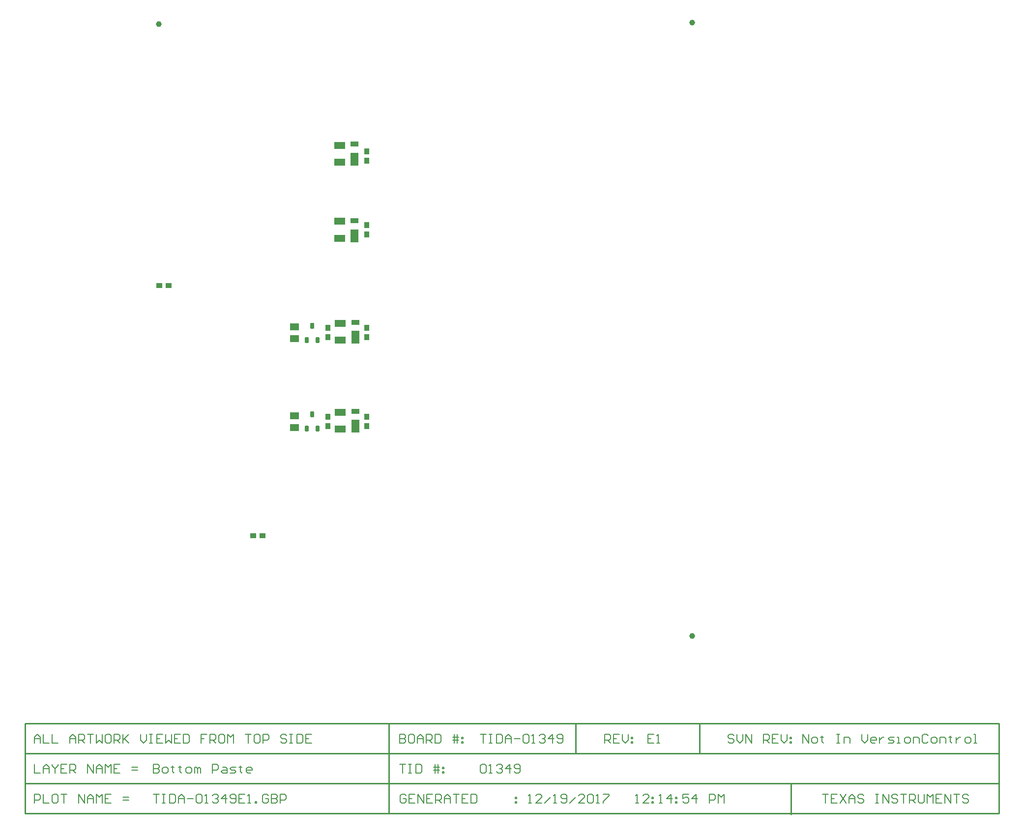
<source format=gbp>
G04 Layer_Color=128*
%FSAX25Y25*%
%MOIN*%
G70*
G01*
G75*
%ADD10R,0.07283X0.05118*%
%ADD11R,0.03937X0.03740*%
%ADD13R,0.03740X0.03937*%
G04:AMPARAMS|DCode=19|XSize=23.62mil|YSize=39.37mil|CornerRadius=2.01mil|HoleSize=0mil|Usage=FLASHONLY|Rotation=180.000|XOffset=0mil|YOffset=0mil|HoleType=Round|Shape=RoundedRectangle|*
%AMROUNDEDRECTD19*
21,1,0.02362,0.03535,0,0,180.0*
21,1,0.01961,0.03937,0,0,180.0*
1,1,0.00402,-0.00980,0.01768*
1,1,0.00402,0.00980,0.01768*
1,1,0.00402,0.00980,-0.01768*
1,1,0.00402,-0.00980,-0.01768*
%
%ADD19ROUNDEDRECTD19*%
%ADD23C,0.03937*%
%ADD24C,0.01000*%
%ADD31C,0.00800*%
%ADD49R,0.06300X0.05000*%
%ADD50R,0.05512X0.08661*%
%ADD51R,0.05512X0.03543*%
G54D10*
X0253800Y0312209D02*
D03*
Y0300791D02*
D03*
X0253800Y0372477D02*
D03*
Y0361060D02*
D03*
X0253200Y0441609D02*
D03*
Y0430191D02*
D03*
Y0493109D02*
D03*
Y0481691D02*
D03*
G54D11*
X0131080Y0398069D02*
D03*
X0137379D02*
D03*
X0194751Y0228400D02*
D03*
X0201050D02*
D03*
G54D13*
X0245200Y0309050D02*
D03*
Y0302750D02*
D03*
X0271700Y0302750D02*
D03*
Y0309050D02*
D03*
X0245200Y0369318D02*
D03*
Y0363019D02*
D03*
X0271700Y0363019D02*
D03*
Y0369318D02*
D03*
X0271700Y0432750D02*
D03*
Y0439050D02*
D03*
Y0482750D02*
D03*
Y0489050D02*
D03*
G54D19*
X0234700Y0310624D02*
D03*
X0230960Y0301176D02*
D03*
X0238440D02*
D03*
X0234700Y0370693D02*
D03*
X0230960Y0361244D02*
D03*
X0238440D02*
D03*
G54D23*
X0492200Y0160400D02*
D03*
Y0576400D02*
D03*
X0130769Y0575300D02*
D03*
G54D24*
X0559400Y0039400D02*
Y0059683D01*
X0440500Y0040050D02*
X0700200D01*
Y0101050D01*
X0286500Y0040050D02*
Y0101050D01*
X0040000Y0040050D02*
Y0101050D01*
X0040050Y0040050D02*
X0197600D01*
X0040050D02*
Y0101050D01*
Y0101050D02*
X0700200D01*
X0040000Y0040050D02*
X0440500D01*
X0040000Y0060383D02*
X0700000D01*
X0040000Y0080717D02*
X0700200D01*
X0413200D02*
Y0101050D01*
X0497200Y0080717D02*
Y0101050D01*
G54D31*
X0126900Y0073549D02*
Y0067551D01*
X0129899D01*
X0130899Y0068550D01*
Y0069550D01*
X0129899Y0070550D01*
X0126900D01*
X0129899D01*
X0130899Y0071549D01*
Y0072549D01*
X0129899Y0073549D01*
X0126900D01*
X0133898Y0067551D02*
X0135897D01*
X0136897Y0068550D01*
Y0070550D01*
X0135897Y0071549D01*
X0133898D01*
X0132898Y0070550D01*
Y0068550D01*
X0133898Y0067551D01*
X0139896Y0072549D02*
Y0071549D01*
X0138896D01*
X0140895D01*
X0139896D01*
Y0068550D01*
X0140895Y0067551D01*
X0144894Y0072549D02*
Y0071549D01*
X0143895D01*
X0145894D01*
X0144894D01*
Y0068550D01*
X0145894Y0067551D01*
X0149893D02*
X0151892D01*
X0152892Y0068550D01*
Y0070550D01*
X0151892Y0071549D01*
X0149893D01*
X0148893Y0070550D01*
Y0068550D01*
X0149893Y0067551D01*
X0154891D02*
Y0071549D01*
X0155891D01*
X0156890Y0070550D01*
Y0067551D01*
Y0070550D01*
X0157890Y0071549D01*
X0158890Y0070550D01*
Y0067551D01*
X0166887D02*
Y0073549D01*
X0169886D01*
X0170886Y0072549D01*
Y0070550D01*
X0169886Y0069550D01*
X0166887D01*
X0173885Y0071549D02*
X0175884D01*
X0176884Y0070550D01*
Y0067551D01*
X0173885D01*
X0172885Y0068550D01*
X0173885Y0069550D01*
X0176884D01*
X0178883Y0067551D02*
X0181882D01*
X0182882Y0068550D01*
X0181882Y0069550D01*
X0179883D01*
X0178883Y0070550D01*
X0179883Y0071549D01*
X0182882D01*
X0185881Y0072549D02*
Y0071549D01*
X0184881D01*
X0186881D01*
X0185881D01*
Y0068550D01*
X0186881Y0067551D01*
X0192879D02*
X0190879D01*
X0189880Y0068550D01*
Y0070550D01*
X0190879Y0071549D01*
X0192879D01*
X0193878Y0070550D01*
Y0069550D01*
X0189880D01*
X0348550Y0072498D02*
X0349550Y0073498D01*
X0351549D01*
X0352549Y0072498D01*
Y0068500D01*
X0351549Y0067500D01*
X0349550D01*
X0348550Y0068500D01*
Y0072498D01*
X0354548Y0067500D02*
X0356547D01*
X0355548D01*
Y0073498D01*
X0354548Y0072498D01*
X0359546D02*
X0360546Y0073498D01*
X0362545D01*
X0363545Y0072498D01*
Y0071499D01*
X0362545Y0070499D01*
X0361546D01*
X0362545D01*
X0363545Y0069499D01*
Y0068500D01*
X0362545Y0067500D01*
X0360546D01*
X0359546Y0068500D01*
X0368544Y0067500D02*
Y0073498D01*
X0365545Y0070499D01*
X0369543D01*
X0371543Y0068500D02*
X0372542Y0067500D01*
X0374542D01*
X0375541Y0068500D01*
Y0072498D01*
X0374542Y0073498D01*
X0372542D01*
X0371543Y0072498D01*
Y0071499D01*
X0372542Y0070499D01*
X0375541D01*
X0294000Y0073498D02*
X0297999D01*
X0295999D01*
Y0067500D01*
X0299998Y0073498D02*
X0301997D01*
X0300998D01*
Y0067500D01*
X0299998D01*
X0301997D01*
X0304996Y0073498D02*
Y0067500D01*
X0307996D01*
X0308995Y0068500D01*
Y0072498D01*
X0307996Y0073498D01*
X0304996D01*
X0317992Y0067500D02*
Y0073498D01*
X0319992D02*
Y0067500D01*
X0316993Y0071499D02*
X0319992D01*
X0320991D01*
X0316993Y0069499D02*
X0320991D01*
X0322991Y0071499D02*
X0323990D01*
Y0070499D01*
X0322991D01*
Y0071499D01*
Y0068500D02*
X0323990D01*
Y0067500D01*
X0322991D01*
Y0068500D01*
X0580500Y0052965D02*
X0584499D01*
X0582499D01*
Y0046966D01*
X0590497Y0052965D02*
X0586498D01*
Y0046966D01*
X0590497D01*
X0586498Y0049966D02*
X0588497D01*
X0592496Y0052965D02*
X0596495Y0046966D01*
Y0052965D02*
X0592496Y0046966D01*
X0598494D02*
Y0050965D01*
X0600493Y0052965D01*
X0602493Y0050965D01*
Y0046966D01*
Y0049966D01*
X0598494D01*
X0608491Y0051965D02*
X0607491Y0052965D01*
X0605492D01*
X0604492Y0051965D01*
Y0050965D01*
X0605492Y0049966D01*
X0607491D01*
X0608491Y0048966D01*
Y0047966D01*
X0607491Y0046966D01*
X0605492D01*
X0604492Y0047966D01*
X0616488Y0052965D02*
X0618488D01*
X0617488D01*
Y0046966D01*
X0616488D01*
X0618488D01*
X0621487D02*
Y0052965D01*
X0625486Y0046966D01*
Y0052965D01*
X0631484Y0051965D02*
X0630484Y0052965D01*
X0628484D01*
X0627485Y0051965D01*
Y0050965D01*
X0628484Y0049966D01*
X0630484D01*
X0631484Y0048966D01*
Y0047966D01*
X0630484Y0046966D01*
X0628484D01*
X0627485Y0047966D01*
X0633483Y0052965D02*
X0637482D01*
X0635482D01*
Y0046966D01*
X0639481D02*
Y0052965D01*
X0642480D01*
X0643480Y0051965D01*
Y0049966D01*
X0642480Y0048966D01*
X0639481D01*
X0641480D02*
X0643480Y0046966D01*
X0645479Y0052965D02*
Y0047966D01*
X0646479Y0046966D01*
X0648478D01*
X0649478Y0047966D01*
Y0052965D01*
X0651477Y0046966D02*
Y0052965D01*
X0653476Y0050965D01*
X0655476Y0052965D01*
Y0046966D01*
X0661474Y0052965D02*
X0657475D01*
Y0046966D01*
X0661474D01*
X0657475Y0049966D02*
X0659474D01*
X0663473Y0046966D02*
Y0052965D01*
X0667472Y0046966D01*
Y0052965D01*
X0669471D02*
X0673470D01*
X0671471D01*
Y0046966D01*
X0679468Y0051965D02*
X0678468Y0052965D01*
X0676469D01*
X0675469Y0051965D01*
Y0050965D01*
X0676469Y0049966D01*
X0678468D01*
X0679468Y0048966D01*
Y0047966D01*
X0678468Y0046966D01*
X0676469D01*
X0675469Y0047966D01*
X0454050Y0046966D02*
X0456049D01*
X0455050D01*
Y0052965D01*
X0454050Y0051965D01*
X0463047Y0046966D02*
X0459048D01*
X0463047Y0050965D01*
Y0051965D01*
X0462047Y0052965D01*
X0460048D01*
X0459048Y0051965D01*
X0465046Y0050965D02*
X0466046D01*
Y0049966D01*
X0465046D01*
Y0050965D01*
Y0047966D02*
X0466046D01*
Y0046966D01*
X0465046D01*
Y0047966D01*
X0470045Y0046966D02*
X0472044D01*
X0471044D01*
Y0052965D01*
X0470045Y0051965D01*
X0478042Y0046966D02*
Y0052965D01*
X0475043Y0049966D01*
X0479042D01*
X0481041Y0050965D02*
X0482041D01*
Y0049966D01*
X0481041D01*
Y0050965D01*
Y0047966D02*
X0482041D01*
Y0046966D01*
X0481041D01*
Y0047966D01*
X0490038Y0052965D02*
X0486040D01*
Y0049966D01*
X0488039Y0050965D01*
X0489039D01*
X0490038Y0049966D01*
Y0047966D01*
X0489039Y0046966D01*
X0487039D01*
X0486040Y0047966D01*
X0495037Y0046966D02*
Y0052965D01*
X0492038Y0049966D01*
X0496036D01*
X0504034Y0046966D02*
Y0052965D01*
X0507033D01*
X0508033Y0051965D01*
Y0049966D01*
X0507033Y0048966D01*
X0504034D01*
X0510032Y0046966D02*
Y0052965D01*
X0512031Y0050965D01*
X0514031Y0052965D01*
Y0046966D01*
X0046350D02*
Y0052965D01*
X0049349D01*
X0050349Y0051965D01*
Y0049966D01*
X0049349Y0048966D01*
X0046350D01*
X0052348Y0052965D02*
Y0046966D01*
X0056347D01*
X0061345Y0052965D02*
X0059346D01*
X0058346Y0051965D01*
Y0047966D01*
X0059346Y0046966D01*
X0061345D01*
X0062345Y0047966D01*
Y0051965D01*
X0061345Y0052965D01*
X0064344D02*
X0068343D01*
X0066343D01*
Y0046966D01*
X0076340D02*
Y0052965D01*
X0080339Y0046966D01*
Y0052965D01*
X0082338Y0046966D02*
Y0050965D01*
X0084338Y0052965D01*
X0086337Y0050965D01*
Y0046966D01*
Y0049966D01*
X0082338D01*
X0088336Y0046966D02*
Y0052965D01*
X0090336Y0050965D01*
X0092335Y0052965D01*
Y0046966D01*
X0098333Y0052965D02*
X0094335D01*
Y0046966D01*
X0098333D01*
X0094335Y0049966D02*
X0096334D01*
X0106331Y0048966D02*
X0110329D01*
X0106331Y0050965D02*
X0110329D01*
X0046350Y0073549D02*
Y0067551D01*
X0050349D01*
X0052348D02*
Y0071549D01*
X0054347Y0073549D01*
X0056347Y0071549D01*
Y0067551D01*
Y0070550D01*
X0052348D01*
X0058346Y0073549D02*
Y0072549D01*
X0060346Y0070550D01*
X0062345Y0072549D01*
Y0073549D01*
X0060346Y0070550D02*
Y0067551D01*
X0068343Y0073549D02*
X0064344D01*
Y0067551D01*
X0068343D01*
X0064344Y0070550D02*
X0066343D01*
X0070342Y0067551D02*
Y0073549D01*
X0073341D01*
X0074341Y0072549D01*
Y0070550D01*
X0073341Y0069550D01*
X0070342D01*
X0072342D02*
X0074341Y0067551D01*
X0082338D02*
Y0073549D01*
X0086337Y0067551D01*
Y0073549D01*
X0088336Y0067551D02*
Y0071549D01*
X0090336Y0073549D01*
X0092335Y0071549D01*
Y0067551D01*
Y0070550D01*
X0088336D01*
X0094335Y0067551D02*
Y0073549D01*
X0096334Y0071549D01*
X0098333Y0073549D01*
Y0067551D01*
X0104331Y0073549D02*
X0100332D01*
Y0067551D01*
X0104331D01*
X0100332Y0070550D02*
X0102332D01*
X0112329Y0069550D02*
X0116327D01*
X0112329Y0071549D02*
X0116327D01*
X0294000Y0093831D02*
Y0087833D01*
X0296999D01*
X0297999Y0088833D01*
Y0089833D01*
X0296999Y0090832D01*
X0294000D01*
X0296999D01*
X0297999Y0091832D01*
Y0092832D01*
X0296999Y0093831D01*
X0294000D01*
X0302997D02*
X0300998D01*
X0299998Y0092832D01*
Y0088833D01*
X0300998Y0087833D01*
X0302997D01*
X0303997Y0088833D01*
Y0092832D01*
X0302997Y0093831D01*
X0305996Y0087833D02*
Y0091832D01*
X0307996Y0093831D01*
X0309995Y0091832D01*
Y0087833D01*
Y0090832D01*
X0305996D01*
X0311994Y0087833D02*
Y0093831D01*
X0314993D01*
X0315993Y0092832D01*
Y0090832D01*
X0314993Y0089833D01*
X0311994D01*
X0313994D02*
X0315993Y0087833D01*
X0317992Y0093831D02*
Y0087833D01*
X0320991D01*
X0321991Y0088833D01*
Y0092832D01*
X0320991Y0093831D01*
X0317992D01*
X0330988Y0087833D02*
Y0093831D01*
X0332987D02*
Y0087833D01*
X0329988Y0091832D02*
X0332987D01*
X0333987D01*
X0329988Y0089833D02*
X0333987D01*
X0335986Y0091832D02*
X0336986D01*
Y0090832D01*
X0335986D01*
Y0091832D01*
Y0088833D02*
X0336986D01*
Y0087833D01*
X0335986D01*
Y0088833D01*
X0348550Y0093831D02*
X0352549D01*
X0350549D01*
Y0087833D01*
X0354548Y0093831D02*
X0356547D01*
X0355548D01*
Y0087833D01*
X0354548D01*
X0356547D01*
X0359546Y0093831D02*
Y0087833D01*
X0362545D01*
X0363545Y0088833D01*
Y0092832D01*
X0362545Y0093831D01*
X0359546D01*
X0365545Y0087833D02*
Y0091832D01*
X0367544Y0093831D01*
X0369543Y0091832D01*
Y0087833D01*
Y0090832D01*
X0365545D01*
X0371543D02*
X0375541D01*
X0377541Y0092832D02*
X0378540Y0093831D01*
X0380540D01*
X0381539Y0092832D01*
Y0088833D01*
X0380540Y0087833D01*
X0378540D01*
X0377541Y0088833D01*
Y0092832D01*
X0383539Y0087833D02*
X0385538D01*
X0384538D01*
Y0093831D01*
X0383539Y0092832D01*
X0388537D02*
X0389537Y0093831D01*
X0391536D01*
X0392536Y0092832D01*
Y0091832D01*
X0391536Y0090832D01*
X0390536D01*
X0391536D01*
X0392536Y0089833D01*
Y0088833D01*
X0391536Y0087833D01*
X0389537D01*
X0388537Y0088833D01*
X0397534Y0087833D02*
Y0093831D01*
X0394535Y0090832D01*
X0398534D01*
X0400533Y0088833D02*
X0401533Y0087833D01*
X0403532D01*
X0404532Y0088833D01*
Y0092832D01*
X0403532Y0093831D01*
X0401533D01*
X0400533Y0092832D01*
Y0091832D01*
X0401533Y0090832D01*
X0404532D01*
X0466149Y0093831D02*
X0462150D01*
Y0087833D01*
X0466149D01*
X0462150Y0090832D02*
X0464149D01*
X0468148Y0087833D02*
X0470147D01*
X0469148D01*
Y0093831D01*
X0468148Y0092832D01*
X0046350Y0087833D02*
Y0091832D01*
X0048349Y0093831D01*
X0050349Y0091832D01*
Y0087833D01*
Y0090832D01*
X0046350D01*
X0052348Y0093831D02*
Y0087833D01*
X0056347D01*
X0058346Y0093831D02*
Y0087833D01*
X0062345D01*
X0070342D02*
Y0091832D01*
X0072342Y0093831D01*
X0074341Y0091832D01*
Y0087833D01*
Y0090832D01*
X0070342D01*
X0076340Y0087833D02*
Y0093831D01*
X0079339D01*
X0080339Y0092832D01*
Y0090832D01*
X0079339Y0089833D01*
X0076340D01*
X0078340D02*
X0080339Y0087833D01*
X0082338Y0093831D02*
X0086337D01*
X0084338D01*
Y0087833D01*
X0088336Y0093831D02*
Y0087833D01*
X0090336Y0089833D01*
X0092335Y0087833D01*
Y0093831D01*
X0097334D02*
X0095334D01*
X0094335Y0092832D01*
Y0088833D01*
X0095334Y0087833D01*
X0097334D01*
X0098333Y0088833D01*
Y0092832D01*
X0097334Y0093831D01*
X0100332Y0087833D02*
Y0093831D01*
X0103332D01*
X0104331Y0092832D01*
Y0090832D01*
X0103332Y0089833D01*
X0100332D01*
X0102332D02*
X0104331Y0087833D01*
X0106331Y0093831D02*
Y0087833D01*
Y0089833D01*
X0110329Y0093831D01*
X0107330Y0090832D01*
X0110329Y0087833D01*
X0118327Y0093831D02*
Y0089833D01*
X0120326Y0087833D01*
X0122325Y0089833D01*
Y0093831D01*
X0124325D02*
X0126324D01*
X0125324D01*
Y0087833D01*
X0124325D01*
X0126324D01*
X0133322Y0093831D02*
X0129323D01*
Y0087833D01*
X0133322D01*
X0129323Y0090832D02*
X0131323D01*
X0135321Y0093831D02*
Y0087833D01*
X0137321Y0089833D01*
X0139320Y0087833D01*
Y0093831D01*
X0145318D02*
X0141319D01*
Y0087833D01*
X0145318D01*
X0141319Y0090832D02*
X0143319D01*
X0147317Y0093831D02*
Y0087833D01*
X0150316D01*
X0151316Y0088833D01*
Y0092832D01*
X0150316Y0093831D01*
X0147317D01*
X0163312D02*
X0159313D01*
Y0090832D01*
X0161313D01*
X0159313D01*
Y0087833D01*
X0165312D02*
Y0093831D01*
X0168310D01*
X0169310Y0092832D01*
Y0090832D01*
X0168310Y0089833D01*
X0165312D01*
X0167311D02*
X0169310Y0087833D01*
X0174309Y0093831D02*
X0172309D01*
X0171310Y0092832D01*
Y0088833D01*
X0172309Y0087833D01*
X0174309D01*
X0175308Y0088833D01*
Y0092832D01*
X0174309Y0093831D01*
X0177308Y0087833D02*
Y0093831D01*
X0179307Y0091832D01*
X0181306Y0093831D01*
Y0087833D01*
X0189304Y0093831D02*
X0193303D01*
X0191303D01*
Y0087833D01*
X0198301Y0093831D02*
X0196301D01*
X0195302Y0092832D01*
Y0088833D01*
X0196301Y0087833D01*
X0198301D01*
X0199301Y0088833D01*
Y0092832D01*
X0198301Y0093831D01*
X0201300Y0087833D02*
Y0093831D01*
X0204299D01*
X0205299Y0092832D01*
Y0090832D01*
X0204299Y0089833D01*
X0201300D01*
X0217295Y0092832D02*
X0216295Y0093831D01*
X0214296D01*
X0213296Y0092832D01*
Y0091832D01*
X0214296Y0090832D01*
X0216295D01*
X0217295Y0089833D01*
Y0088833D01*
X0216295Y0087833D01*
X0214296D01*
X0213296Y0088833D01*
X0219294Y0093831D02*
X0221293D01*
X0220294D01*
Y0087833D01*
X0219294D01*
X0221293D01*
X0224292Y0093831D02*
Y0087833D01*
X0227291D01*
X0228291Y0088833D01*
Y0092832D01*
X0227291Y0093831D01*
X0224292D01*
X0234289D02*
X0230291D01*
Y0087833D01*
X0234289D01*
X0230291Y0090832D02*
X0232290D01*
X0298199Y0051965D02*
X0297199Y0052965D01*
X0295200D01*
X0294200Y0051965D01*
Y0047966D01*
X0295200Y0046966D01*
X0297199D01*
X0298199Y0047966D01*
Y0049966D01*
X0296199D01*
X0304197Y0052965D02*
X0300198D01*
Y0046966D01*
X0304197D01*
X0300198Y0049966D02*
X0302197D01*
X0306196Y0046966D02*
Y0052965D01*
X0310195Y0046966D01*
Y0052965D01*
X0316193D02*
X0312194D01*
Y0046966D01*
X0316193D01*
X0312194Y0049966D02*
X0314194D01*
X0318192Y0046966D02*
Y0052965D01*
X0321191D01*
X0322191Y0051965D01*
Y0049966D01*
X0321191Y0048966D01*
X0318192D01*
X0320192D02*
X0322191Y0046966D01*
X0324190D02*
Y0050965D01*
X0326190Y0052965D01*
X0328189Y0050965D01*
Y0046966D01*
Y0049966D01*
X0324190D01*
X0330188Y0052965D02*
X0334187D01*
X0332188D01*
Y0046966D01*
X0340185Y0052965D02*
X0336186D01*
Y0046966D01*
X0340185D01*
X0336186Y0049966D02*
X0338186D01*
X0342184Y0052965D02*
Y0046966D01*
X0345183D01*
X0346183Y0047966D01*
Y0051965D01*
X0345183Y0052965D01*
X0342184D01*
X0372175Y0050965D02*
X0373175D01*
Y0049966D01*
X0372175D01*
Y0050965D01*
Y0047966D02*
X0373175D01*
Y0046966D01*
X0372175D01*
Y0047966D01*
X0381150Y0046966D02*
X0383149D01*
X0382150D01*
Y0052965D01*
X0381150Y0051965D01*
X0390147Y0046966D02*
X0386148D01*
X0390147Y0050965D01*
Y0051965D01*
X0389147Y0052965D01*
X0387148D01*
X0386148Y0051965D01*
X0392146Y0046966D02*
X0396145Y0050965D01*
X0398145Y0046966D02*
X0400144D01*
X0399144D01*
Y0052965D01*
X0398145Y0051965D01*
X0403143Y0047966D02*
X0404143Y0046966D01*
X0406142D01*
X0407142Y0047966D01*
Y0051965D01*
X0406142Y0052965D01*
X0404143D01*
X0403143Y0051965D01*
Y0050965D01*
X0404143Y0049966D01*
X0407142D01*
X0409141Y0046966D02*
X0413140Y0050965D01*
X0419138Y0046966D02*
X0415139D01*
X0419138Y0050965D01*
Y0051965D01*
X0418138Y0052965D01*
X0416139D01*
X0415139Y0051965D01*
X0421137D02*
X0422137Y0052965D01*
X0424136D01*
X0425136Y0051965D01*
Y0047966D01*
X0424136Y0046966D01*
X0422137D01*
X0421137Y0047966D01*
Y0051965D01*
X0427135Y0046966D02*
X0429135D01*
X0428135D01*
Y0052965D01*
X0427135Y0051965D01*
X0432133Y0052965D02*
X0436132D01*
Y0051965D01*
X0432133Y0047966D01*
Y0046966D01*
X0126900Y0052965D02*
X0130899D01*
X0128899D01*
Y0046966D01*
X0132898Y0052965D02*
X0134897D01*
X0133898D01*
Y0046966D01*
X0132898D01*
X0134897D01*
X0137896Y0052965D02*
Y0046966D01*
X0140895D01*
X0141895Y0047966D01*
Y0051965D01*
X0140895Y0052965D01*
X0137896D01*
X0143895Y0046966D02*
Y0050965D01*
X0145894Y0052965D01*
X0147893Y0050965D01*
Y0046966D01*
Y0049966D01*
X0143895D01*
X0149893D02*
X0153891D01*
X0155891Y0051965D02*
X0156890Y0052965D01*
X0158890D01*
X0159889Y0051965D01*
Y0047966D01*
X0158890Y0046966D01*
X0156890D01*
X0155891Y0047966D01*
Y0051965D01*
X0161889Y0046966D02*
X0163888D01*
X0162888D01*
Y0052965D01*
X0161889Y0051965D01*
X0166887D02*
X0167887Y0052965D01*
X0169886D01*
X0170886Y0051965D01*
Y0050965D01*
X0169886Y0049966D01*
X0168886D01*
X0169886D01*
X0170886Y0048966D01*
Y0047966D01*
X0169886Y0046966D01*
X0167887D01*
X0166887Y0047966D01*
X0175884Y0046966D02*
Y0052965D01*
X0172885Y0049966D01*
X0176884D01*
X0178883Y0047966D02*
X0179883Y0046966D01*
X0181882D01*
X0182882Y0047966D01*
Y0051965D01*
X0181882Y0052965D01*
X0179883D01*
X0178883Y0051965D01*
Y0050965D01*
X0179883Y0049966D01*
X0182882D01*
X0188880Y0052965D02*
X0184881D01*
Y0046966D01*
X0188880D01*
X0184881Y0049966D02*
X0186881D01*
X0190879Y0046966D02*
X0192879D01*
X0191879D01*
Y0052965D01*
X0190879Y0051965D01*
X0195878Y0046966D02*
Y0047966D01*
X0196877D01*
Y0046966D01*
X0195878D01*
X0204875Y0051965D02*
X0203875Y0052965D01*
X0201876D01*
X0200876Y0051965D01*
Y0047966D01*
X0201876Y0046966D01*
X0203875D01*
X0204875Y0047966D01*
Y0049966D01*
X0202875D01*
X0206874Y0052965D02*
Y0046966D01*
X0209873D01*
X0210873Y0047966D01*
Y0048966D01*
X0209873Y0049966D01*
X0206874D01*
X0209873D01*
X0210873Y0050965D01*
Y0051965D01*
X0209873Y0052965D01*
X0206874D01*
X0212872Y0046966D02*
Y0052965D01*
X0215871D01*
X0216871Y0051965D01*
Y0049966D01*
X0215871Y0048966D01*
X0212872D01*
X0433000Y0087833D02*
Y0093831D01*
X0435999D01*
X0436999Y0092832D01*
Y0090832D01*
X0435999Y0089833D01*
X0433000D01*
X0434999D02*
X0436999Y0087833D01*
X0442997Y0093831D02*
X0438998D01*
Y0087833D01*
X0442997D01*
X0438998Y0090832D02*
X0440997D01*
X0444996Y0093831D02*
Y0089833D01*
X0446995Y0087833D01*
X0448995Y0089833D01*
Y0093831D01*
X0450994Y0091832D02*
X0451994D01*
Y0090832D01*
X0450994D01*
Y0091832D01*
Y0088833D02*
X0451994D01*
Y0087833D01*
X0450994D01*
Y0088833D01*
X0520799Y0092832D02*
X0519799Y0093831D01*
X0517800D01*
X0516800Y0092832D01*
Y0091832D01*
X0517800Y0090832D01*
X0519799D01*
X0520799Y0089833D01*
Y0088833D01*
X0519799Y0087833D01*
X0517800D01*
X0516800Y0088833D01*
X0522798Y0093831D02*
Y0089833D01*
X0524797Y0087833D01*
X0526797Y0089833D01*
Y0093831D01*
X0528796Y0087833D02*
Y0093831D01*
X0532795Y0087833D01*
Y0093831D01*
X0540792Y0087833D02*
Y0093831D01*
X0543791D01*
X0544791Y0092832D01*
Y0090832D01*
X0543791Y0089833D01*
X0540792D01*
X0542792D02*
X0544791Y0087833D01*
X0550789Y0093831D02*
X0546790D01*
Y0087833D01*
X0550789D01*
X0546790Y0090832D02*
X0548790D01*
X0552788Y0093831D02*
Y0089833D01*
X0554788Y0087833D01*
X0556787Y0089833D01*
Y0093831D01*
X0558786Y0091832D02*
X0559786D01*
Y0090832D01*
X0558786D01*
Y0091832D01*
Y0088833D02*
X0559786D01*
Y0087833D01*
X0558786D01*
Y0088833D01*
X0567400Y0087833D02*
Y0093831D01*
X0571399Y0087833D01*
Y0093831D01*
X0574398Y0087833D02*
X0576397D01*
X0577397Y0088833D01*
Y0090832D01*
X0576397Y0091832D01*
X0574398D01*
X0573398Y0090832D01*
Y0088833D01*
X0574398Y0087833D01*
X0580396Y0092832D02*
Y0091832D01*
X0579396D01*
X0581395D01*
X0580396D01*
Y0088833D01*
X0581395Y0087833D01*
X0590393Y0093831D02*
X0592392D01*
X0591392D01*
Y0087833D01*
X0590393D01*
X0592392D01*
X0595391D02*
Y0091832D01*
X0598390D01*
X0599390Y0090832D01*
Y0087833D01*
X0607387Y0093831D02*
Y0089833D01*
X0609386Y0087833D01*
X0611386Y0089833D01*
Y0093831D01*
X0616384Y0087833D02*
X0614385D01*
X0613385Y0088833D01*
Y0090832D01*
X0614385Y0091832D01*
X0616384D01*
X0617384Y0090832D01*
Y0089833D01*
X0613385D01*
X0619383Y0091832D02*
Y0087833D01*
Y0089833D01*
X0620383Y0090832D01*
X0621383Y0091832D01*
X0622382D01*
X0625381Y0087833D02*
X0628380D01*
X0629380Y0088833D01*
X0628380Y0089833D01*
X0626381D01*
X0625381Y0090832D01*
X0626381Y0091832D01*
X0629380D01*
X0631379Y0087833D02*
X0633379D01*
X0632379D01*
Y0091832D01*
X0631379D01*
X0637377Y0087833D02*
X0639377D01*
X0640376Y0088833D01*
Y0090832D01*
X0639377Y0091832D01*
X0637377D01*
X0636378Y0090832D01*
Y0088833D01*
X0637377Y0087833D01*
X0642376D02*
Y0091832D01*
X0645375D01*
X0646374Y0090832D01*
Y0087833D01*
X0652373Y0092832D02*
X0651373Y0093831D01*
X0649373D01*
X0648374Y0092832D01*
Y0088833D01*
X0649373Y0087833D01*
X0651373D01*
X0652373Y0088833D01*
X0655372Y0087833D02*
X0657371D01*
X0658371Y0088833D01*
Y0090832D01*
X0657371Y0091832D01*
X0655372D01*
X0654372Y0090832D01*
Y0088833D01*
X0655372Y0087833D01*
X0660370D02*
Y0091832D01*
X0663369D01*
X0664369Y0090832D01*
Y0087833D01*
X0667368Y0092832D02*
Y0091832D01*
X0666368D01*
X0668367D01*
X0667368D01*
Y0088833D01*
X0668367Y0087833D01*
X0671366Y0091832D02*
Y0087833D01*
Y0089833D01*
X0672366Y0090832D01*
X0673366Y0091832D01*
X0674365D01*
X0678364Y0087833D02*
X0680364D01*
X0681363Y0088833D01*
Y0090832D01*
X0680364Y0091832D01*
X0678364D01*
X0677364Y0090832D01*
Y0088833D01*
X0678364Y0087833D01*
X0683362D02*
X0685362D01*
X0684362D01*
Y0093831D01*
X0683362D01*
G54D49*
X0222700Y0309900D02*
D03*
Y0301900D02*
D03*
Y0370168D02*
D03*
Y0362169D02*
D03*
G54D50*
X0263900Y0362949D02*
D03*
X0263200Y0431880D02*
D03*
Y0483880D02*
D03*
X0263900Y0302680D02*
D03*
G54D51*
X0263900Y0372988D02*
D03*
X0263200Y0441920D02*
D03*
Y0493920D02*
D03*
X0263900Y0312720D02*
D03*
M02*

</source>
